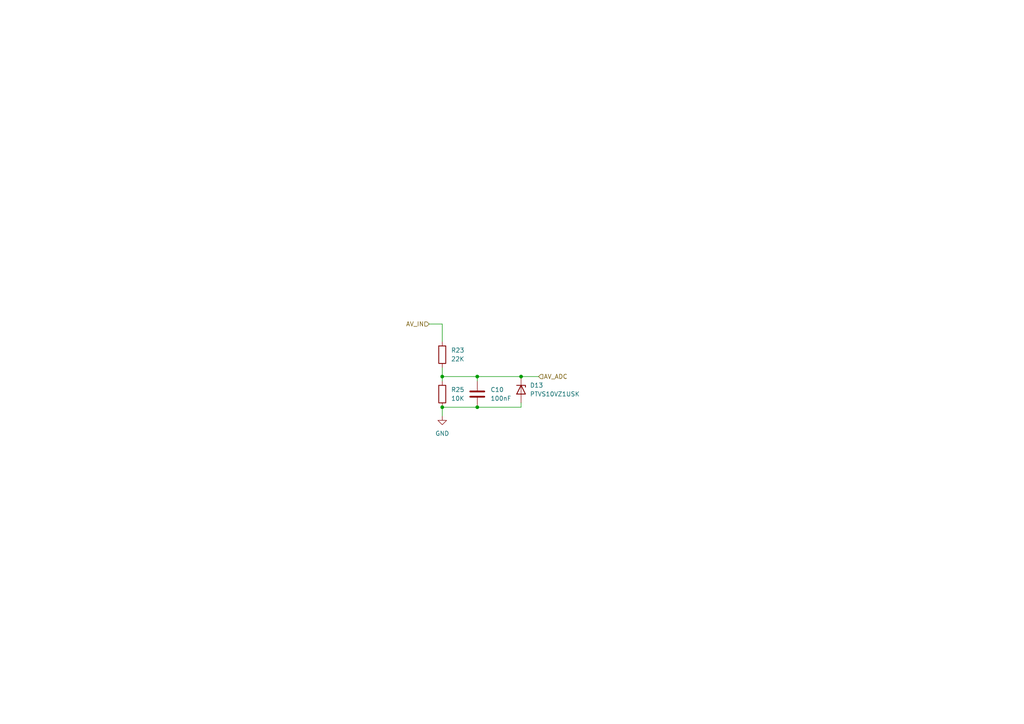
<source format=kicad_sch>
(kicad_sch (version 20250114) (generator "eeschema") (generator_version "9.0")
  (paper "A4")
  (lib_symbols
    (symbol "Device:C" (pin_numbers (hide yes)) (pin_names (offset 0.254))
      (property "Reference" "C" (at 0.635 2.54 0))
      (property "Value" "C" (at 0.635 -2.54 0))
      (symbol "C_0_1"
        (polyline (pts (xy -2.032 0.762) (xy 2.032 0.762)) (stroke (width 0.508)))
        (polyline (pts (xy -2.032 -0.762) (xy 2.032 -0.762)) (stroke (width 0.508)))
      )
      (symbol "C_1_1"
        (pin passive line (at 0 3.81 270) (length 2.794) (name "~") (number "1"))
        (pin passive line (at 0 -3.81 90) (length 2.794) (name "~") (number "2"))
      )
    )
    (symbol "Device:R" (pin_numbers (hide yes)) (pin_names (offset 0))
      (property "Reference" "R" (at 2.032 0 90))
      (property "Value" "R" (at 0 0 90))
      (symbol "R_0_1"
        (rectangle (start -1.016 -2.54) (end 1.016 2.54) (stroke (width 0.254)))
      )
      (symbol "R_1_1"
        (pin passive line (at 0 3.81 270) (length 1.27) (name "~") (number "1"))
        (pin passive line (at 0 -3.81 90) (length 1.27) (name "~") (number "2"))
      )
    )
    (symbol "Diode:PTVS10VZ1USK" (pin_numbers (hide yes)) (pin_names (hide yes))
      (property "Reference" "D" (at 0 2.54 0))
      (property "Value" "PTVS10VZ1USK" (at 0 -2.54 0))
      (symbol "PTVS10VZ1USK_0_1"
        (polyline (pts (xy -1.27 -1.27) (xy -1.27 1.27) (xy -0.762 1.27)) (stroke (width 0.254)))
        (polyline (pts (xy 1.27 0) (xy -1.27 0)))
        (polyline (pts (xy 1.27 -1.27) (xy 1.27 1.27) (xy -1.27 0) (xy 1.27 -1.27)) (stroke (width 0.254)))
      )
      (symbol "PTVS10VZ1USK_1_1"
        (pin passive line (at -3.81 0 0) (length 2.54) (name "K") (number "1"))
        (pin passive line (at 3.81 0 180) (length 2.54) (name "A") (number "2"))
      )
    )
    (symbol "power:GND" (power) (pin_numbers (hide yes)) (pin_names (offset 0) (hide yes))
      (property "Value" "GND" (at 0 -3.81 0))
      (symbol "GND_0_1"
        (polyline (pts (xy 0 0) (xy 0 -1.27) (xy 1.27 -1.27) (xy 0 -2.54) (xy -1.27 -1.27) (xy 0 -1.27)))
      )
      (symbol "GND_1_1"
        (pin power_in line (at 0 0 270) (length 0) (name "~") (number "1"))
      )
    )
  )
  (junction (at 138.43 118.11))
  (junction (at 151.13 109.22))
  (junction (at 128.27 109.22))
  (junction (at 138.43 109.22))
  (junction (at 128.27 118.11))
  (wire (pts (xy 128.27 109.22) (xy 138.43 109.22)))
  (wire (pts (xy 124.46 93.98) (xy 128.27 93.98)))
  (wire (pts (xy 128.27 93.98) (xy 128.27 99.06)))
  (wire (pts (xy 151.13 109.22) (xy 156.21 109.22)))
  (wire (pts (xy 151.13 118.11) (xy 138.43 118.11)))
  (wire (pts (xy 138.43 110.49) (xy 138.43 109.22)))
  (wire (pts (xy 128.27 106.68) (xy 128.27 109.22)))
  (wire (pts (xy 151.13 116.84) (xy 151.13 118.11)))
  (wire (pts (xy 138.43 109.22) (xy 151.13 109.22)))
  (wire (pts (xy 128.27 109.22) (xy 128.27 110.49)))
  (wire (pts (xy 128.27 118.11) (xy 128.27 120.65)))
  (wire (pts (xy 128.27 118.11) (xy 138.43 118.11)))
  (hierarchical_label "AV_IN" (shape input) (at 124.46 93.98 180))
  (hierarchical_label "AV_ADC" (shape input) (at 156.21 109.22 0))
  (symbol (lib_id "Device:R") (at 128.27 102.87 0) (unit 1)
    (property "Reference" "R22" (at 130.81 101.5999 0) (effects (justify left)))
    (property "Value" "22K" (at 130.81 104.1399 0) (effects (justify left)))
    (property "Footprint" "Resistor_SMD:R_0603_1608Metric" (effects (hide yes)))
    (property "Description" "Resistor" (effects (hide yes)))
    (instances (project "(PLC4uni)" (path "" (reference "R23") (unit 1)) (path "" (reference "R22") (unit 1))))
  )
  (symbol (lib_id "power:GND") (at 128.27 120.65 0) (unit 1)
    (property "Reference" "#PWR060" (effects (hide yes)))
    (property "Value" "GND" (at 128.27 125.73 0))
    (property "Description" "Power symbol creates a global label with name \"GND\" , ground" (effects (hide yes)))
    (instances (project "(PLC4uni)" (path "" (reference "#PWR061") (unit 1)) (path "" (reference "#PWR060") (unit 1))))
  )
  (symbol (lib_id "Diode:PTVS10VZ1USK") (at 151.13 113.03 270) (unit 1)
    (property "Reference" "D5" (at 153.67 111.7599 90) (effects (justify left)))
    (property "Value" "PTVS10VZ1USK" (at 153.67 114.2999 90) (effects (justify left)))
    (property "Footprint" "Diode_SMD:Nexperia_DSN1608-2_1.6x0.8mm" (effects (hide yes)))
    (property "Datasheet" "https://assets.nexperia.com/documents/data-sheet/PTVS10VZ1USK.pdf" (effects (hide yes)))
    (property "Description" "10V, 2000W TVS unidirectional diode, DSN1608-2" (effects (hide yes)))
    (instances (project "(PLC4uni)" (path "" (reference "D13") (unit 1)) (path "" (reference "D5") (unit 1))))
  )
  (symbol (lib_id "Device:C") (at 138.43 114.3 0) (unit 1)
    (property "Reference" "C9" (at 142.24 113.0299 0) (effects (justify left)))
    (property "Value" "100nF" (at 142.24 115.5699 0) (effects (justify left)))
    (property "Footprint" "Capacitor_SMD:C_0805_2012Metric_Pad1.18x1.45mm_HandSolder" (effects (hide yes)))
    (property "Description" "Unpolarized capacitor" (effects (hide yes)))
    (instances (project "(PLC4uni)" (path "" (reference "C10") (unit 1)) (path "" (reference "C9") (unit 1))))
  )
  (symbol (lib_id "Device:R") (at 128.27 114.3 0) (unit 1)
    (property "Reference" "R24" (at 130.81 113.0299 0) (effects (justify left)))
    (property "Value" "10K" (at 130.81 115.5699 0) (effects (justify left)))
    (property "Footprint" "Resistor_SMD:R_0603_1608Metric" (effects (hide yes)))
    (property "Description" "Resistor" (effects (hide yes)))
    (instances (project "(PLC4uni)" (path "" (reference "R25") (unit 1)) (path "" (reference "R24") (unit 1))))
  )
)
</source>
